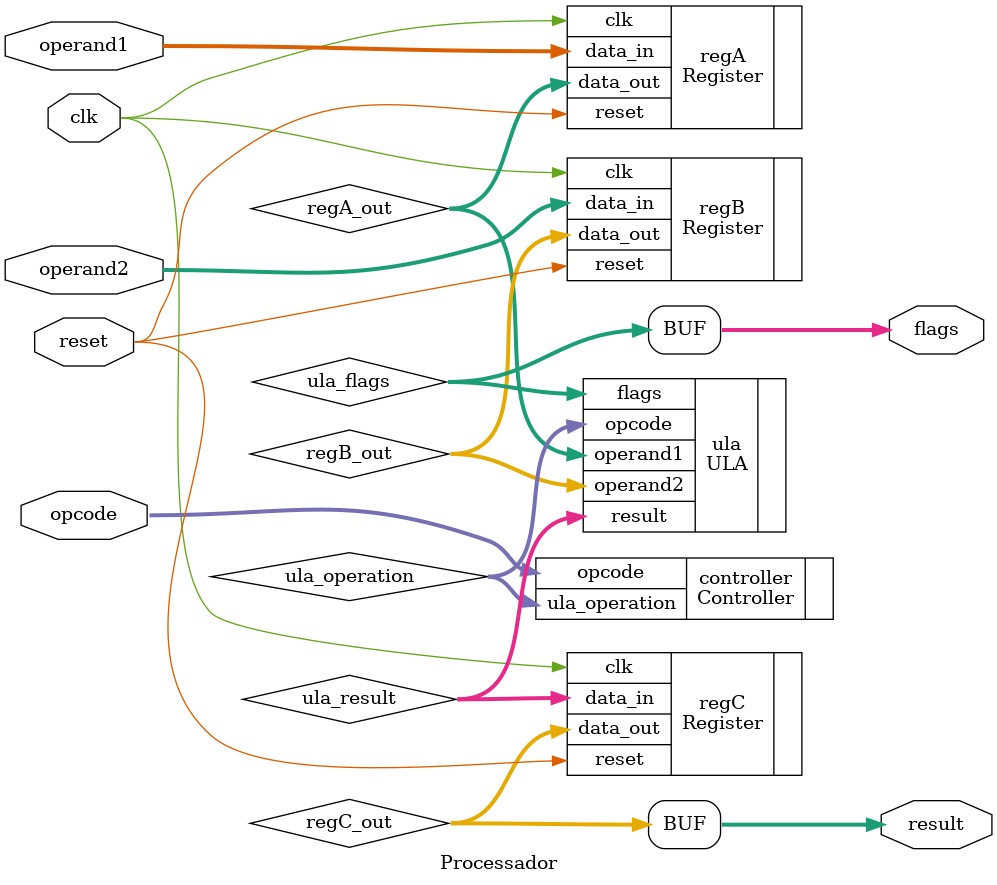
<source format=v>
module Processador (
    input clk,
    input reset,
    input [7:0] opcode,         // Código da operação
    input [7:0] operand1,       // Operando 1
    input [7:0] operand2,       // Operando 2
    output [7:0] result,        // Resultado da operação
    output [7:0] flags          // Flags (Zero, Carry, etc.)
);

    // Conexões internas
    wire [3:0] ula_operation;
    wire [7:0] ula_result;
    wire [7:0] regA_out, regB_out, regC_out;
    wire [7:0] ula_flags;

    // Instância dos registradores
    Register regA(.clk(clk), .reset(reset), .data_in(operand1), .data_out(regA_out));
    Register regB(.clk(clk), .reset(reset), .data_in(operand2), .data_out(regB_out));
    Register regC(.clk(clk), .reset(reset), .data_in(ula_result), .data_out(regC_out));

    // Instância do Controller
    Controller controller(
        .opcode(opcode),
        .ula_operation(ula_operation)
    );

    // Instância da ULA
    ULA ula(
        .opcode(ula_operation),
        .operand1(regA_out),
        .operand2(regB_out),
        .result(ula_result),
        .flags(ula_flags)
    );

    // Flags e resultados saem da ULA
    assign result = regC_out;
    assign flags = ula_flags;

endmodule
</source>
